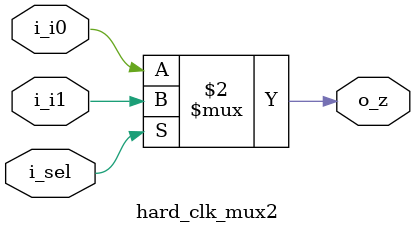
<source format=v>


module hard_clk_mux2
(
  input   i_sel ,
  input   i_i0  ,
  input   i_i1  ,
  output  o_z
) ;

assign  o_z  =   ( i_sel == 1'b1 ) ? i_i1 : i_i0 ;

endmodule

</source>
